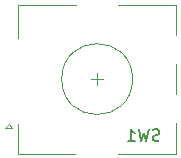
<source format=gbo>
G04 #@! TF.GenerationSoftware,KiCad,Pcbnew,(5.1.5)-3*
G04 #@! TF.CreationDate,2020-09-13T15:21:19-04:00*
G04 #@! TF.ProjectId,RotaryEnc,526f7461-7279-4456-9e63-2e6b69636164,X1*
G04 #@! TF.SameCoordinates,Original*
G04 #@! TF.FileFunction,Legend,Bot*
G04 #@! TF.FilePolarity,Positive*
%FSLAX46Y46*%
G04 Gerber Fmt 4.6, Leading zero omitted, Abs format (unit mm)*
G04 Created by KiCad (PCBNEW (5.1.5)-3) date 2020-09-13 15:21:19*
%MOMM*%
%LPD*%
G04 APERTURE LIST*
%ADD10C,0.120000*%
%ADD11C,0.150000*%
G04 APERTURE END LIST*
D10*
X23256000Y-21884000D02*
X24256000Y-21884000D01*
X23756000Y-22384000D02*
X23756000Y-21384000D01*
X30456000Y-18184000D02*
X30456000Y-15584000D01*
X30456000Y-23184000D02*
X30456000Y-20584000D01*
X30456000Y-28184000D02*
X30456000Y-25584000D01*
X16556000Y-25984000D02*
X16256000Y-25684000D01*
X15956000Y-25984000D02*
X16556000Y-25984000D01*
X16256000Y-25684000D02*
X15956000Y-25984000D01*
X17056000Y-28184000D02*
X17056000Y-25684000D01*
X21856000Y-28184000D02*
X17056000Y-28184000D01*
X17056000Y-15584000D02*
X17056000Y-18384000D01*
X21956000Y-15584000D02*
X17056000Y-15584000D01*
X30456000Y-15584000D02*
X25556000Y-15584000D01*
X25556000Y-28184000D02*
X30456000Y-28184000D01*
X26756000Y-21884000D02*
G75*
G03X26756000Y-21884000I-3000000J0D01*
G01*
D11*
X29019333Y-27074761D02*
X28876476Y-27122380D01*
X28638380Y-27122380D01*
X28543142Y-27074761D01*
X28495523Y-27027142D01*
X28447904Y-26931904D01*
X28447904Y-26836666D01*
X28495523Y-26741428D01*
X28543142Y-26693809D01*
X28638380Y-26646190D01*
X28828857Y-26598571D01*
X28924095Y-26550952D01*
X28971714Y-26503333D01*
X29019333Y-26408095D01*
X29019333Y-26312857D01*
X28971714Y-26217619D01*
X28924095Y-26170000D01*
X28828857Y-26122380D01*
X28590761Y-26122380D01*
X28447904Y-26170000D01*
X28114571Y-26122380D02*
X27876476Y-27122380D01*
X27686000Y-26408095D01*
X27495523Y-27122380D01*
X27257428Y-26122380D01*
X26352666Y-27122380D02*
X26924095Y-27122380D01*
X26638380Y-27122380D02*
X26638380Y-26122380D01*
X26733619Y-26265238D01*
X26828857Y-26360476D01*
X26924095Y-26408095D01*
M02*

</source>
